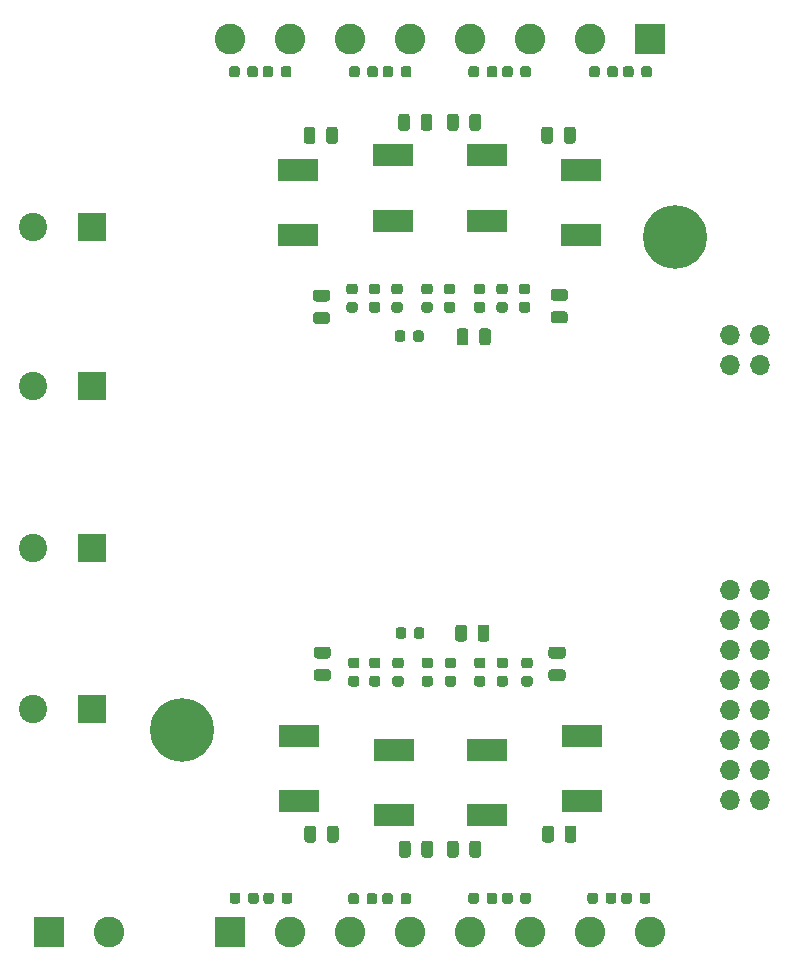
<source format=gbr>
%TF.GenerationSoftware,KiCad,Pcbnew,(5.1.9)-1*%
%TF.CreationDate,2021-06-18T12:17:45+07:00*%
%TF.ProjectId,TAS6424,54415336-3432-4342-9e6b-696361645f70,2*%
%TF.SameCoordinates,Original*%
%TF.FileFunction,Soldermask,Bot*%
%TF.FilePolarity,Negative*%
%FSLAX46Y46*%
G04 Gerber Fmt 4.6, Leading zero omitted, Abs format (unit mm)*
G04 Created by KiCad (PCBNEW (5.1.9)-1) date 2021-06-18 12:17:45*
%MOMM*%
%LPD*%
G01*
G04 APERTURE LIST*
%ADD10O,1.700000X1.700000*%
%ADD11R,2.400000X2.400000*%
%ADD12C,2.400000*%
%ADD13R,2.600000X2.600000*%
%ADD14C,2.600000*%
%ADD15R,3.400001X1.850000*%
%ADD16C,3.300000*%
%ADD17C,5.400000*%
G04 APERTURE END LIST*
D10*
%TO.C,D3*%
X126873000Y-83794600D03*
X129413000Y-83794600D03*
X126873000Y-86334600D03*
X129413000Y-86334600D03*
X126873000Y-105384600D03*
X129413000Y-105384600D03*
X126873000Y-107924600D03*
X129413000Y-107924600D03*
X126873000Y-110464600D03*
X129413000Y-110464600D03*
X126873000Y-113004600D03*
X129413000Y-113004600D03*
X126873000Y-115544600D03*
X129413000Y-115544600D03*
X126873000Y-118084600D03*
X129413000Y-118084600D03*
X126873000Y-120624600D03*
X129413000Y-120624600D03*
X126873000Y-123164600D03*
X129413000Y-123164600D03*
%TD*%
%TO.C,C45*%
G36*
G01*
X105780500Y-65311000D02*
X105780500Y-66261000D01*
G75*
G02*
X105530500Y-66511000I-250000J0D01*
G01*
X105030500Y-66511000D01*
G75*
G02*
X104780500Y-66261000I0J250000D01*
G01*
X104780500Y-65311000D01*
G75*
G02*
X105030500Y-65061000I250000J0D01*
G01*
X105530500Y-65061000D01*
G75*
G02*
X105780500Y-65311000I0J-250000D01*
G01*
G37*
G36*
G01*
X103880500Y-65311000D02*
X103880500Y-66261000D01*
G75*
G02*
X103630500Y-66511000I-250000J0D01*
G01*
X103130500Y-66511000D01*
G75*
G02*
X102880500Y-66261000I0J250000D01*
G01*
X102880500Y-65311000D01*
G75*
G02*
X103130500Y-65061000I250000J0D01*
G01*
X103630500Y-65061000D01*
G75*
G02*
X103880500Y-65311000I0J-250000D01*
G01*
G37*
%TD*%
D11*
%TO.C,C1*%
X72834500Y-115443000D03*
D12*
X67834500Y-115443000D03*
%TD*%
D11*
%TO.C,C2*%
X72834500Y-101854000D03*
D12*
X67834500Y-101854000D03*
%TD*%
D11*
%TO.C,C3*%
X72834500Y-88138000D03*
D12*
X67834500Y-88138000D03*
%TD*%
D11*
%TO.C,C4*%
X72834500Y-74676000D03*
D12*
X67834500Y-74676000D03*
%TD*%
%TO.C,C23*%
G36*
G01*
X95104700Y-81895400D02*
X94604700Y-81895400D01*
G75*
G02*
X94379700Y-81670400I0J225000D01*
G01*
X94379700Y-81220400D01*
G75*
G02*
X94604700Y-80995400I225000J0D01*
G01*
X95104700Y-80995400D01*
G75*
G02*
X95329700Y-81220400I0J-225000D01*
G01*
X95329700Y-81670400D01*
G75*
G02*
X95104700Y-81895400I-225000J0D01*
G01*
G37*
G36*
G01*
X95104700Y-80345400D02*
X94604700Y-80345400D01*
G75*
G02*
X94379700Y-80120400I0J225000D01*
G01*
X94379700Y-79670400D01*
G75*
G02*
X94604700Y-79445400I225000J0D01*
G01*
X95104700Y-79445400D01*
G75*
G02*
X95329700Y-79670400I0J-225000D01*
G01*
X95329700Y-80120400D01*
G75*
G02*
X95104700Y-80345400I-225000J0D01*
G01*
G37*
%TD*%
%TO.C,C24*%
G36*
G01*
X96509700Y-79445400D02*
X97009700Y-79445400D01*
G75*
G02*
X97234700Y-79670400I0J-225000D01*
G01*
X97234700Y-80120400D01*
G75*
G02*
X97009700Y-80345400I-225000J0D01*
G01*
X96509700Y-80345400D01*
G75*
G02*
X96284700Y-80120400I0J225000D01*
G01*
X96284700Y-79670400D01*
G75*
G02*
X96509700Y-79445400I225000J0D01*
G01*
G37*
G36*
G01*
X96509700Y-80995400D02*
X97009700Y-80995400D01*
G75*
G02*
X97234700Y-81220400I0J-225000D01*
G01*
X97234700Y-81670400D01*
G75*
G02*
X97009700Y-81895400I-225000J0D01*
G01*
X96509700Y-81895400D01*
G75*
G02*
X96284700Y-81670400I0J225000D01*
G01*
X96284700Y-81220400D01*
G75*
G02*
X96509700Y-80995400I225000J0D01*
G01*
G37*
%TD*%
%TO.C,C25*%
G36*
G01*
X98914700Y-81895400D02*
X98414700Y-81895400D01*
G75*
G02*
X98189700Y-81670400I0J225000D01*
G01*
X98189700Y-81220400D01*
G75*
G02*
X98414700Y-80995400I225000J0D01*
G01*
X98914700Y-80995400D01*
G75*
G02*
X99139700Y-81220400I0J-225000D01*
G01*
X99139700Y-81670400D01*
G75*
G02*
X98914700Y-81895400I-225000J0D01*
G01*
G37*
G36*
G01*
X98914700Y-80345400D02*
X98414700Y-80345400D01*
G75*
G02*
X98189700Y-80120400I0J225000D01*
G01*
X98189700Y-79670400D01*
G75*
G02*
X98414700Y-79445400I225000J0D01*
G01*
X98914700Y-79445400D01*
G75*
G02*
X99139700Y-79670400I0J-225000D01*
G01*
X99139700Y-80120400D01*
G75*
G02*
X98914700Y-80345400I-225000J0D01*
G01*
G37*
%TD*%
%TO.C,C26*%
G36*
G01*
X100954700Y-79445400D02*
X101454700Y-79445400D01*
G75*
G02*
X101679700Y-79670400I0J-225000D01*
G01*
X101679700Y-80120400D01*
G75*
G02*
X101454700Y-80345400I-225000J0D01*
G01*
X100954700Y-80345400D01*
G75*
G02*
X100729700Y-80120400I0J225000D01*
G01*
X100729700Y-79670400D01*
G75*
G02*
X100954700Y-79445400I225000J0D01*
G01*
G37*
G36*
G01*
X100954700Y-80995400D02*
X101454700Y-80995400D01*
G75*
G02*
X101679700Y-81220400I0J-225000D01*
G01*
X101679700Y-81670400D01*
G75*
G02*
X101454700Y-81895400I-225000J0D01*
G01*
X100954700Y-81895400D01*
G75*
G02*
X100729700Y-81670400I0J225000D01*
G01*
X100729700Y-81220400D01*
G75*
G02*
X100954700Y-80995400I225000J0D01*
G01*
G37*
%TD*%
%TO.C,C27*%
G36*
G01*
X103359700Y-81895400D02*
X102859700Y-81895400D01*
G75*
G02*
X102634700Y-81670400I0J225000D01*
G01*
X102634700Y-81220400D01*
G75*
G02*
X102859700Y-80995400I225000J0D01*
G01*
X103359700Y-80995400D01*
G75*
G02*
X103584700Y-81220400I0J-225000D01*
G01*
X103584700Y-81670400D01*
G75*
G02*
X103359700Y-81895400I-225000J0D01*
G01*
G37*
G36*
G01*
X103359700Y-80345400D02*
X102859700Y-80345400D01*
G75*
G02*
X102634700Y-80120400I0J225000D01*
G01*
X102634700Y-79670400D01*
G75*
G02*
X102859700Y-79445400I225000J0D01*
G01*
X103359700Y-79445400D01*
G75*
G02*
X103584700Y-79670400I0J-225000D01*
G01*
X103584700Y-80120400D01*
G75*
G02*
X103359700Y-80345400I-225000J0D01*
G01*
G37*
%TD*%
%TO.C,C28*%
G36*
G01*
X105399700Y-79445400D02*
X105899700Y-79445400D01*
G75*
G02*
X106124700Y-79670400I0J-225000D01*
G01*
X106124700Y-80120400D01*
G75*
G02*
X105899700Y-80345400I-225000J0D01*
G01*
X105399700Y-80345400D01*
G75*
G02*
X105174700Y-80120400I0J225000D01*
G01*
X105174700Y-79670400D01*
G75*
G02*
X105399700Y-79445400I225000J0D01*
G01*
G37*
G36*
G01*
X105399700Y-80995400D02*
X105899700Y-80995400D01*
G75*
G02*
X106124700Y-81220400I0J-225000D01*
G01*
X106124700Y-81670400D01*
G75*
G02*
X105899700Y-81895400I-225000J0D01*
G01*
X105399700Y-81895400D01*
G75*
G02*
X105174700Y-81670400I0J225000D01*
G01*
X105174700Y-81220400D01*
G75*
G02*
X105399700Y-80995400I225000J0D01*
G01*
G37*
%TD*%
%TO.C,C29*%
G36*
G01*
X107804700Y-81895400D02*
X107304700Y-81895400D01*
G75*
G02*
X107079700Y-81670400I0J225000D01*
G01*
X107079700Y-81220400D01*
G75*
G02*
X107304700Y-80995400I225000J0D01*
G01*
X107804700Y-80995400D01*
G75*
G02*
X108029700Y-81220400I0J-225000D01*
G01*
X108029700Y-81670400D01*
G75*
G02*
X107804700Y-81895400I-225000J0D01*
G01*
G37*
G36*
G01*
X107804700Y-80345400D02*
X107304700Y-80345400D01*
G75*
G02*
X107079700Y-80120400I0J225000D01*
G01*
X107079700Y-79670400D01*
G75*
G02*
X107304700Y-79445400I225000J0D01*
G01*
X107804700Y-79445400D01*
G75*
G02*
X108029700Y-79670400I0J-225000D01*
G01*
X108029700Y-80120400D01*
G75*
G02*
X107804700Y-80345400I-225000J0D01*
G01*
G37*
%TD*%
%TO.C,C30*%
G36*
G01*
X109209700Y-79445400D02*
X109709700Y-79445400D01*
G75*
G02*
X109934700Y-79670400I0J-225000D01*
G01*
X109934700Y-80120400D01*
G75*
G02*
X109709700Y-80345400I-225000J0D01*
G01*
X109209700Y-80345400D01*
G75*
G02*
X108984700Y-80120400I0J225000D01*
G01*
X108984700Y-79670400D01*
G75*
G02*
X109209700Y-79445400I225000J0D01*
G01*
G37*
G36*
G01*
X109209700Y-80995400D02*
X109709700Y-80995400D01*
G75*
G02*
X109934700Y-81220400I0J-225000D01*
G01*
X109934700Y-81670400D01*
G75*
G02*
X109709700Y-81895400I-225000J0D01*
G01*
X109209700Y-81895400D01*
G75*
G02*
X108984700Y-81670400I0J225000D01*
G01*
X108984700Y-81220400D01*
G75*
G02*
X109209700Y-80995400I225000J0D01*
G01*
G37*
%TD*%
%TO.C,C33*%
G36*
G01*
X100920000Y-83633500D02*
X100920000Y-84133500D01*
G75*
G02*
X100695000Y-84358500I-225000J0D01*
G01*
X100245000Y-84358500D01*
G75*
G02*
X100020000Y-84133500I0J225000D01*
G01*
X100020000Y-83633500D01*
G75*
G02*
X100245000Y-83408500I225000J0D01*
G01*
X100695000Y-83408500D01*
G75*
G02*
X100920000Y-83633500I0J-225000D01*
G01*
G37*
G36*
G01*
X99370000Y-83633500D02*
X99370000Y-84133500D01*
G75*
G02*
X99145000Y-84358500I-225000J0D01*
G01*
X98695000Y-84358500D01*
G75*
G02*
X98470000Y-84133500I0J225000D01*
G01*
X98470000Y-83633500D01*
G75*
G02*
X98695000Y-83408500I225000J0D01*
G01*
X99145000Y-83408500D01*
G75*
G02*
X99370000Y-83633500I0J-225000D01*
G01*
G37*
%TD*%
%TO.C,C36*%
G36*
G01*
X91790500Y-79957000D02*
X92740500Y-79957000D01*
G75*
G02*
X92990500Y-80207000I0J-250000D01*
G01*
X92990500Y-80707000D01*
G75*
G02*
X92740500Y-80957000I-250000J0D01*
G01*
X91790500Y-80957000D01*
G75*
G02*
X91540500Y-80707000I0J250000D01*
G01*
X91540500Y-80207000D01*
G75*
G02*
X91790500Y-79957000I250000J0D01*
G01*
G37*
G36*
G01*
X91790500Y-81857000D02*
X92740500Y-81857000D01*
G75*
G02*
X92990500Y-82107000I0J-250000D01*
G01*
X92990500Y-82607000D01*
G75*
G02*
X92740500Y-82857000I-250000J0D01*
G01*
X91790500Y-82857000D01*
G75*
G02*
X91540500Y-82607000I0J250000D01*
G01*
X91540500Y-82107000D01*
G75*
G02*
X91790500Y-81857000I250000J0D01*
G01*
G37*
%TD*%
%TO.C,C37*%
G36*
G01*
X103706000Y-84422000D02*
X103706000Y-83472000D01*
G75*
G02*
X103956000Y-83222000I250000J0D01*
G01*
X104456000Y-83222000D01*
G75*
G02*
X104706000Y-83472000I0J-250000D01*
G01*
X104706000Y-84422000D01*
G75*
G02*
X104456000Y-84672000I-250000J0D01*
G01*
X103956000Y-84672000D01*
G75*
G02*
X103706000Y-84422000I0J250000D01*
G01*
G37*
G36*
G01*
X105606000Y-84422000D02*
X105606000Y-83472000D01*
G75*
G02*
X105856000Y-83222000I250000J0D01*
G01*
X106356000Y-83222000D01*
G75*
G02*
X106606000Y-83472000I0J-250000D01*
G01*
X106606000Y-84422000D01*
G75*
G02*
X106356000Y-84672000I-250000J0D01*
G01*
X105856000Y-84672000D01*
G75*
G02*
X105606000Y-84422000I0J250000D01*
G01*
G37*
%TD*%
%TO.C,C38*%
G36*
G01*
X111920000Y-79893500D02*
X112870000Y-79893500D01*
G75*
G02*
X113120000Y-80143500I0J-250000D01*
G01*
X113120000Y-80643500D01*
G75*
G02*
X112870000Y-80893500I-250000J0D01*
G01*
X111920000Y-80893500D01*
G75*
G02*
X111670000Y-80643500I0J250000D01*
G01*
X111670000Y-80143500D01*
G75*
G02*
X111920000Y-79893500I250000J0D01*
G01*
G37*
G36*
G01*
X111920000Y-81793500D02*
X112870000Y-81793500D01*
G75*
G02*
X113120000Y-82043500I0J-250000D01*
G01*
X113120000Y-82543500D01*
G75*
G02*
X112870000Y-82793500I-250000J0D01*
G01*
X111920000Y-82793500D01*
G75*
G02*
X111670000Y-82543500I0J250000D01*
G01*
X111670000Y-82043500D01*
G75*
G02*
X111920000Y-81793500I250000J0D01*
G01*
G37*
%TD*%
%TO.C,C39*%
G36*
G01*
X90752000Y-67365900D02*
X90752000Y-66415900D01*
G75*
G02*
X91002000Y-66165900I250000J0D01*
G01*
X91502000Y-66165900D01*
G75*
G02*
X91752000Y-66415900I0J-250000D01*
G01*
X91752000Y-67365900D01*
G75*
G02*
X91502000Y-67615900I-250000J0D01*
G01*
X91002000Y-67615900D01*
G75*
G02*
X90752000Y-67365900I0J250000D01*
G01*
G37*
G36*
G01*
X92652000Y-67365900D02*
X92652000Y-66415900D01*
G75*
G02*
X92902000Y-66165900I250000J0D01*
G01*
X93402000Y-66165900D01*
G75*
G02*
X93652000Y-66415900I0J-250000D01*
G01*
X93652000Y-67365900D01*
G75*
G02*
X93402000Y-67615900I-250000J0D01*
G01*
X92902000Y-67615900D01*
G75*
G02*
X92652000Y-67365900I0J250000D01*
G01*
G37*
%TD*%
%TO.C,C40*%
G36*
G01*
X101653000Y-65311000D02*
X101653000Y-66261000D01*
G75*
G02*
X101403000Y-66511000I-250000J0D01*
G01*
X100903000Y-66511000D01*
G75*
G02*
X100653000Y-66261000I0J250000D01*
G01*
X100653000Y-65311000D01*
G75*
G02*
X100903000Y-65061000I250000J0D01*
G01*
X101403000Y-65061000D01*
G75*
G02*
X101653000Y-65311000I0J-250000D01*
G01*
G37*
G36*
G01*
X99753000Y-65311000D02*
X99753000Y-66261000D01*
G75*
G02*
X99503000Y-66511000I-250000J0D01*
G01*
X99003000Y-66511000D01*
G75*
G02*
X98753000Y-66261000I0J250000D01*
G01*
X98753000Y-65311000D01*
G75*
G02*
X99003000Y-65061000I250000J0D01*
G01*
X99503000Y-65061000D01*
G75*
G02*
X99753000Y-65311000I0J-250000D01*
G01*
G37*
%TD*%
%TO.C,C46*%
G36*
G01*
X110881500Y-67340500D02*
X110881500Y-66390500D01*
G75*
G02*
X111131500Y-66140500I250000J0D01*
G01*
X111631500Y-66140500D01*
G75*
G02*
X111881500Y-66390500I0J-250000D01*
G01*
X111881500Y-67340500D01*
G75*
G02*
X111631500Y-67590500I-250000J0D01*
G01*
X111131500Y-67590500D01*
G75*
G02*
X110881500Y-67340500I0J250000D01*
G01*
G37*
G36*
G01*
X112781500Y-67340500D02*
X112781500Y-66390500D01*
G75*
G02*
X113031500Y-66140500I250000J0D01*
G01*
X113531500Y-66140500D01*
G75*
G02*
X113781500Y-66390500I0J-250000D01*
G01*
X113781500Y-67340500D01*
G75*
G02*
X113531500Y-67590500I-250000J0D01*
G01*
X113031500Y-67590500D01*
G75*
G02*
X112781500Y-67340500I0J250000D01*
G01*
G37*
%TD*%
%TO.C,C47*%
G36*
G01*
X84436500Y-61756100D02*
X84436500Y-61256100D01*
G75*
G02*
X84661500Y-61031100I225000J0D01*
G01*
X85111500Y-61031100D01*
G75*
G02*
X85336500Y-61256100I0J-225000D01*
G01*
X85336500Y-61756100D01*
G75*
G02*
X85111500Y-61981100I-225000J0D01*
G01*
X84661500Y-61981100D01*
G75*
G02*
X84436500Y-61756100I0J225000D01*
G01*
G37*
G36*
G01*
X85986500Y-61756100D02*
X85986500Y-61256100D01*
G75*
G02*
X86211500Y-61031100I225000J0D01*
G01*
X86661500Y-61031100D01*
G75*
G02*
X86886500Y-61256100I0J-225000D01*
G01*
X86886500Y-61756100D01*
G75*
G02*
X86661500Y-61981100I-225000J0D01*
G01*
X86211500Y-61981100D01*
G75*
G02*
X85986500Y-61756100I0J225000D01*
G01*
G37*
%TD*%
%TO.C,C48*%
G36*
G01*
X87268600Y-61756100D02*
X87268600Y-61256100D01*
G75*
G02*
X87493600Y-61031100I225000J0D01*
G01*
X87943600Y-61031100D01*
G75*
G02*
X88168600Y-61256100I0J-225000D01*
G01*
X88168600Y-61756100D01*
G75*
G02*
X87943600Y-61981100I-225000J0D01*
G01*
X87493600Y-61981100D01*
G75*
G02*
X87268600Y-61756100I0J225000D01*
G01*
G37*
G36*
G01*
X88818600Y-61756100D02*
X88818600Y-61256100D01*
G75*
G02*
X89043600Y-61031100I225000J0D01*
G01*
X89493600Y-61031100D01*
G75*
G02*
X89718600Y-61256100I0J-225000D01*
G01*
X89718600Y-61756100D01*
G75*
G02*
X89493600Y-61981100I-225000J0D01*
G01*
X89043600Y-61981100D01*
G75*
G02*
X88818600Y-61756100I0J225000D01*
G01*
G37*
%TD*%
%TO.C,C49*%
G36*
G01*
X94596500Y-61756100D02*
X94596500Y-61256100D01*
G75*
G02*
X94821500Y-61031100I225000J0D01*
G01*
X95271500Y-61031100D01*
G75*
G02*
X95496500Y-61256100I0J-225000D01*
G01*
X95496500Y-61756100D01*
G75*
G02*
X95271500Y-61981100I-225000J0D01*
G01*
X94821500Y-61981100D01*
G75*
G02*
X94596500Y-61756100I0J225000D01*
G01*
G37*
G36*
G01*
X96146500Y-61756100D02*
X96146500Y-61256100D01*
G75*
G02*
X96371500Y-61031100I225000J0D01*
G01*
X96821500Y-61031100D01*
G75*
G02*
X97046500Y-61256100I0J-225000D01*
G01*
X97046500Y-61756100D01*
G75*
G02*
X96821500Y-61981100I-225000J0D01*
G01*
X96371500Y-61981100D01*
G75*
G02*
X96146500Y-61756100I0J225000D01*
G01*
G37*
%TD*%
%TO.C,C50*%
G36*
G01*
X97428600Y-61756100D02*
X97428600Y-61256100D01*
G75*
G02*
X97653600Y-61031100I225000J0D01*
G01*
X98103600Y-61031100D01*
G75*
G02*
X98328600Y-61256100I0J-225000D01*
G01*
X98328600Y-61756100D01*
G75*
G02*
X98103600Y-61981100I-225000J0D01*
G01*
X97653600Y-61981100D01*
G75*
G02*
X97428600Y-61756100I0J225000D01*
G01*
G37*
G36*
G01*
X98978600Y-61756100D02*
X98978600Y-61256100D01*
G75*
G02*
X99203600Y-61031100I225000J0D01*
G01*
X99653600Y-61031100D01*
G75*
G02*
X99878600Y-61256100I0J-225000D01*
G01*
X99878600Y-61756100D01*
G75*
G02*
X99653600Y-61981100I-225000J0D01*
G01*
X99203600Y-61981100D01*
G75*
G02*
X98978600Y-61756100I0J225000D01*
G01*
G37*
%TD*%
%TO.C,C51*%
G36*
G01*
X104704100Y-61756100D02*
X104704100Y-61256100D01*
G75*
G02*
X104929100Y-61031100I225000J0D01*
G01*
X105379100Y-61031100D01*
G75*
G02*
X105604100Y-61256100I0J-225000D01*
G01*
X105604100Y-61756100D01*
G75*
G02*
X105379100Y-61981100I-225000J0D01*
G01*
X104929100Y-61981100D01*
G75*
G02*
X104704100Y-61756100I0J225000D01*
G01*
G37*
G36*
G01*
X106254100Y-61756100D02*
X106254100Y-61256100D01*
G75*
G02*
X106479100Y-61031100I225000J0D01*
G01*
X106929100Y-61031100D01*
G75*
G02*
X107154100Y-61256100I0J-225000D01*
G01*
X107154100Y-61756100D01*
G75*
G02*
X106929100Y-61981100I-225000J0D01*
G01*
X106479100Y-61981100D01*
G75*
G02*
X106254100Y-61756100I0J225000D01*
G01*
G37*
%TD*%
%TO.C,C52*%
G36*
G01*
X107550500Y-61756100D02*
X107550500Y-61256100D01*
G75*
G02*
X107775500Y-61031100I225000J0D01*
G01*
X108225500Y-61031100D01*
G75*
G02*
X108450500Y-61256100I0J-225000D01*
G01*
X108450500Y-61756100D01*
G75*
G02*
X108225500Y-61981100I-225000J0D01*
G01*
X107775500Y-61981100D01*
G75*
G02*
X107550500Y-61756100I0J225000D01*
G01*
G37*
G36*
G01*
X109100500Y-61756100D02*
X109100500Y-61256100D01*
G75*
G02*
X109325500Y-61031100I225000J0D01*
G01*
X109775500Y-61031100D01*
G75*
G02*
X110000500Y-61256100I0J-225000D01*
G01*
X110000500Y-61756100D01*
G75*
G02*
X109775500Y-61981100I-225000J0D01*
G01*
X109325500Y-61981100D01*
G75*
G02*
X109100500Y-61756100I0J225000D01*
G01*
G37*
%TD*%
%TO.C,C53*%
G36*
G01*
X114916500Y-61756100D02*
X114916500Y-61256100D01*
G75*
G02*
X115141500Y-61031100I225000J0D01*
G01*
X115591500Y-61031100D01*
G75*
G02*
X115816500Y-61256100I0J-225000D01*
G01*
X115816500Y-61756100D01*
G75*
G02*
X115591500Y-61981100I-225000J0D01*
G01*
X115141500Y-61981100D01*
G75*
G02*
X114916500Y-61756100I0J225000D01*
G01*
G37*
G36*
G01*
X116466500Y-61756100D02*
X116466500Y-61256100D01*
G75*
G02*
X116691500Y-61031100I225000J0D01*
G01*
X117141500Y-61031100D01*
G75*
G02*
X117366500Y-61256100I0J-225000D01*
G01*
X117366500Y-61756100D01*
G75*
G02*
X117141500Y-61981100I-225000J0D01*
G01*
X116691500Y-61981100D01*
G75*
G02*
X116466500Y-61756100I0J225000D01*
G01*
G37*
%TD*%
%TO.C,C54*%
G36*
G01*
X117785100Y-61756100D02*
X117785100Y-61256100D01*
G75*
G02*
X118010100Y-61031100I225000J0D01*
G01*
X118460100Y-61031100D01*
G75*
G02*
X118685100Y-61256100I0J-225000D01*
G01*
X118685100Y-61756100D01*
G75*
G02*
X118460100Y-61981100I-225000J0D01*
G01*
X118010100Y-61981100D01*
G75*
G02*
X117785100Y-61756100I0J225000D01*
G01*
G37*
G36*
G01*
X119335100Y-61756100D02*
X119335100Y-61256100D01*
G75*
G02*
X119560100Y-61031100I225000J0D01*
G01*
X120010100Y-61031100D01*
G75*
G02*
X120235100Y-61256100I0J-225000D01*
G01*
X120235100Y-61756100D01*
G75*
G02*
X120010100Y-61981100I-225000J0D01*
G01*
X119560100Y-61981100D01*
G75*
G02*
X119335100Y-61756100I0J225000D01*
G01*
G37*
%TD*%
%TO.C,C65*%
G36*
G01*
X109412900Y-111106500D02*
X109912900Y-111106500D01*
G75*
G02*
X110137900Y-111331500I0J-225000D01*
G01*
X110137900Y-111781500D01*
G75*
G02*
X109912900Y-112006500I-225000J0D01*
G01*
X109412900Y-112006500D01*
G75*
G02*
X109187900Y-111781500I0J225000D01*
G01*
X109187900Y-111331500D01*
G75*
G02*
X109412900Y-111106500I225000J0D01*
G01*
G37*
G36*
G01*
X109412900Y-112656500D02*
X109912900Y-112656500D01*
G75*
G02*
X110137900Y-112881500I0J-225000D01*
G01*
X110137900Y-113331500D01*
G75*
G02*
X109912900Y-113556500I-225000J0D01*
G01*
X109412900Y-113556500D01*
G75*
G02*
X109187900Y-113331500I0J225000D01*
G01*
X109187900Y-112881500D01*
G75*
G02*
X109412900Y-112656500I225000J0D01*
G01*
G37*
%TD*%
%TO.C,C66*%
G36*
G01*
X107819000Y-113556500D02*
X107319000Y-113556500D01*
G75*
G02*
X107094000Y-113331500I0J225000D01*
G01*
X107094000Y-112881500D01*
G75*
G02*
X107319000Y-112656500I225000J0D01*
G01*
X107819000Y-112656500D01*
G75*
G02*
X108044000Y-112881500I0J-225000D01*
G01*
X108044000Y-113331500D01*
G75*
G02*
X107819000Y-113556500I-225000J0D01*
G01*
G37*
G36*
G01*
X107819000Y-112006500D02*
X107319000Y-112006500D01*
G75*
G02*
X107094000Y-111781500I0J225000D01*
G01*
X107094000Y-111331500D01*
G75*
G02*
X107319000Y-111106500I225000J0D01*
G01*
X107819000Y-111106500D01*
G75*
G02*
X108044000Y-111331500I0J-225000D01*
G01*
X108044000Y-111781500D01*
G75*
G02*
X107819000Y-112006500I-225000J0D01*
G01*
G37*
%TD*%
%TO.C,C67*%
G36*
G01*
X105414000Y-111106500D02*
X105914000Y-111106500D01*
G75*
G02*
X106139000Y-111331500I0J-225000D01*
G01*
X106139000Y-111781500D01*
G75*
G02*
X105914000Y-112006500I-225000J0D01*
G01*
X105414000Y-112006500D01*
G75*
G02*
X105189000Y-111781500I0J225000D01*
G01*
X105189000Y-111331500D01*
G75*
G02*
X105414000Y-111106500I225000J0D01*
G01*
G37*
G36*
G01*
X105414000Y-112656500D02*
X105914000Y-112656500D01*
G75*
G02*
X106139000Y-112881500I0J-225000D01*
G01*
X106139000Y-113331500D01*
G75*
G02*
X105914000Y-113556500I-225000J0D01*
G01*
X105414000Y-113556500D01*
G75*
G02*
X105189000Y-113331500I0J225000D01*
G01*
X105189000Y-112881500D01*
G75*
G02*
X105414000Y-112656500I225000J0D01*
G01*
G37*
%TD*%
%TO.C,C68*%
G36*
G01*
X103437500Y-113556500D02*
X102937500Y-113556500D01*
G75*
G02*
X102712500Y-113331500I0J225000D01*
G01*
X102712500Y-112881500D01*
G75*
G02*
X102937500Y-112656500I225000J0D01*
G01*
X103437500Y-112656500D01*
G75*
G02*
X103662500Y-112881500I0J-225000D01*
G01*
X103662500Y-113331500D01*
G75*
G02*
X103437500Y-113556500I-225000J0D01*
G01*
G37*
G36*
G01*
X103437500Y-112006500D02*
X102937500Y-112006500D01*
G75*
G02*
X102712500Y-111781500I0J225000D01*
G01*
X102712500Y-111331500D01*
G75*
G02*
X102937500Y-111106500I225000J0D01*
G01*
X103437500Y-111106500D01*
G75*
G02*
X103662500Y-111331500I0J-225000D01*
G01*
X103662500Y-111781500D01*
G75*
G02*
X103437500Y-112006500I-225000J0D01*
G01*
G37*
%TD*%
%TO.C,C69*%
G36*
G01*
X100969000Y-111106500D02*
X101469000Y-111106500D01*
G75*
G02*
X101694000Y-111331500I0J-225000D01*
G01*
X101694000Y-111781500D01*
G75*
G02*
X101469000Y-112006500I-225000J0D01*
G01*
X100969000Y-112006500D01*
G75*
G02*
X100744000Y-111781500I0J225000D01*
G01*
X100744000Y-111331500D01*
G75*
G02*
X100969000Y-111106500I225000J0D01*
G01*
G37*
G36*
G01*
X100969000Y-112656500D02*
X101469000Y-112656500D01*
G75*
G02*
X101694000Y-112881500I0J-225000D01*
G01*
X101694000Y-113331500D01*
G75*
G02*
X101469000Y-113556500I-225000J0D01*
G01*
X100969000Y-113556500D01*
G75*
G02*
X100744000Y-113331500I0J225000D01*
G01*
X100744000Y-112881500D01*
G75*
G02*
X100969000Y-112656500I225000J0D01*
G01*
G37*
%TD*%
%TO.C,C70*%
G36*
G01*
X98992500Y-113556500D02*
X98492500Y-113556500D01*
G75*
G02*
X98267500Y-113331500I0J225000D01*
G01*
X98267500Y-112881500D01*
G75*
G02*
X98492500Y-112656500I225000J0D01*
G01*
X98992500Y-112656500D01*
G75*
G02*
X99217500Y-112881500I0J-225000D01*
G01*
X99217500Y-113331500D01*
G75*
G02*
X98992500Y-113556500I-225000J0D01*
G01*
G37*
G36*
G01*
X98992500Y-112006500D02*
X98492500Y-112006500D01*
G75*
G02*
X98267500Y-111781500I0J225000D01*
G01*
X98267500Y-111331500D01*
G75*
G02*
X98492500Y-111106500I225000J0D01*
G01*
X98992500Y-111106500D01*
G75*
G02*
X99217500Y-111331500I0J-225000D01*
G01*
X99217500Y-111781500D01*
G75*
G02*
X98992500Y-112006500I-225000J0D01*
G01*
G37*
%TD*%
%TO.C,C71*%
G36*
G01*
X96524000Y-111106500D02*
X97024000Y-111106500D01*
G75*
G02*
X97249000Y-111331500I0J-225000D01*
G01*
X97249000Y-111781500D01*
G75*
G02*
X97024000Y-112006500I-225000J0D01*
G01*
X96524000Y-112006500D01*
G75*
G02*
X96299000Y-111781500I0J225000D01*
G01*
X96299000Y-111331500D01*
G75*
G02*
X96524000Y-111106500I225000J0D01*
G01*
G37*
G36*
G01*
X96524000Y-112656500D02*
X97024000Y-112656500D01*
G75*
G02*
X97249000Y-112881500I0J-225000D01*
G01*
X97249000Y-113331500D01*
G75*
G02*
X97024000Y-113556500I-225000J0D01*
G01*
X96524000Y-113556500D01*
G75*
G02*
X96299000Y-113331500I0J225000D01*
G01*
X96299000Y-112881500D01*
G75*
G02*
X96524000Y-112656500I225000J0D01*
G01*
G37*
%TD*%
%TO.C,C72*%
G36*
G01*
X95246000Y-113556500D02*
X94746000Y-113556500D01*
G75*
G02*
X94521000Y-113331500I0J225000D01*
G01*
X94521000Y-112881500D01*
G75*
G02*
X94746000Y-112656500I225000J0D01*
G01*
X95246000Y-112656500D01*
G75*
G02*
X95471000Y-112881500I0J-225000D01*
G01*
X95471000Y-113331500D01*
G75*
G02*
X95246000Y-113556500I-225000J0D01*
G01*
G37*
G36*
G01*
X95246000Y-112006500D02*
X94746000Y-112006500D01*
G75*
G02*
X94521000Y-111781500I0J225000D01*
G01*
X94521000Y-111331500D01*
G75*
G02*
X94746000Y-111106500I225000J0D01*
G01*
X95246000Y-111106500D01*
G75*
G02*
X95471000Y-111331500I0J-225000D01*
G01*
X95471000Y-111781500D01*
G75*
G02*
X95246000Y-112006500I-225000J0D01*
G01*
G37*
%TD*%
%TO.C,C74*%
G36*
G01*
X100983500Y-108779500D02*
X100983500Y-109279500D01*
G75*
G02*
X100758500Y-109504500I-225000J0D01*
G01*
X100308500Y-109504500D01*
G75*
G02*
X100083500Y-109279500I0J225000D01*
G01*
X100083500Y-108779500D01*
G75*
G02*
X100308500Y-108554500I225000J0D01*
G01*
X100758500Y-108554500D01*
G75*
G02*
X100983500Y-108779500I0J-225000D01*
G01*
G37*
G36*
G01*
X99433500Y-108779500D02*
X99433500Y-109279500D01*
G75*
G02*
X99208500Y-109504500I-225000J0D01*
G01*
X98758500Y-109504500D01*
G75*
G02*
X98533500Y-109279500I0J225000D01*
G01*
X98533500Y-108779500D01*
G75*
G02*
X98758500Y-108554500I225000J0D01*
G01*
X99208500Y-108554500D01*
G75*
G02*
X99433500Y-108779500I0J-225000D01*
G01*
G37*
%TD*%
%TO.C,C76*%
G36*
G01*
X112679500Y-113083000D02*
X111729500Y-113083000D01*
G75*
G02*
X111479500Y-112833000I0J250000D01*
G01*
X111479500Y-112333000D01*
G75*
G02*
X111729500Y-112083000I250000J0D01*
G01*
X112679500Y-112083000D01*
G75*
G02*
X112929500Y-112333000I0J-250000D01*
G01*
X112929500Y-112833000D01*
G75*
G02*
X112679500Y-113083000I-250000J0D01*
G01*
G37*
G36*
G01*
X112679500Y-111183000D02*
X111729500Y-111183000D01*
G75*
G02*
X111479500Y-110933000I0J250000D01*
G01*
X111479500Y-110433000D01*
G75*
G02*
X111729500Y-110183000I250000J0D01*
G01*
X112679500Y-110183000D01*
G75*
G02*
X112929500Y-110433000I0J-250000D01*
G01*
X112929500Y-110933000D01*
G75*
G02*
X112679500Y-111183000I-250000J0D01*
G01*
G37*
%TD*%
%TO.C,C77*%
G36*
G01*
X103579000Y-109504500D02*
X103579000Y-108554500D01*
G75*
G02*
X103829000Y-108304500I250000J0D01*
G01*
X104329000Y-108304500D01*
G75*
G02*
X104579000Y-108554500I0J-250000D01*
G01*
X104579000Y-109504500D01*
G75*
G02*
X104329000Y-109754500I-250000J0D01*
G01*
X103829000Y-109754500D01*
G75*
G02*
X103579000Y-109504500I0J250000D01*
G01*
G37*
G36*
G01*
X105479000Y-109504500D02*
X105479000Y-108554500D01*
G75*
G02*
X105729000Y-108304500I250000J0D01*
G01*
X106229000Y-108304500D01*
G75*
G02*
X106479000Y-108554500I0J-250000D01*
G01*
X106479000Y-109504500D01*
G75*
G02*
X106229000Y-109754500I-250000J0D01*
G01*
X105729000Y-109754500D01*
G75*
G02*
X105479000Y-109504500I0J250000D01*
G01*
G37*
%TD*%
%TO.C,C78*%
G36*
G01*
X92804000Y-113083000D02*
X91854000Y-113083000D01*
G75*
G02*
X91604000Y-112833000I0J250000D01*
G01*
X91604000Y-112333000D01*
G75*
G02*
X91854000Y-112083000I250000J0D01*
G01*
X92804000Y-112083000D01*
G75*
G02*
X93054000Y-112333000I0J-250000D01*
G01*
X93054000Y-112833000D01*
G75*
G02*
X92804000Y-113083000I-250000J0D01*
G01*
G37*
G36*
G01*
X92804000Y-111183000D02*
X91854000Y-111183000D01*
G75*
G02*
X91604000Y-110933000I0J250000D01*
G01*
X91604000Y-110433000D01*
G75*
G02*
X91854000Y-110183000I250000J0D01*
G01*
X92804000Y-110183000D01*
G75*
G02*
X93054000Y-110433000I0J-250000D01*
G01*
X93054000Y-110933000D01*
G75*
G02*
X92804000Y-111183000I-250000J0D01*
G01*
G37*
%TD*%
%TO.C,C79*%
G36*
G01*
X113845000Y-125572500D02*
X113845000Y-126522500D01*
G75*
G02*
X113595000Y-126772500I-250000J0D01*
G01*
X113095000Y-126772500D01*
G75*
G02*
X112845000Y-126522500I0J250000D01*
G01*
X112845000Y-125572500D01*
G75*
G02*
X113095000Y-125322500I250000J0D01*
G01*
X113595000Y-125322500D01*
G75*
G02*
X113845000Y-125572500I0J-250000D01*
G01*
G37*
G36*
G01*
X111945000Y-125572500D02*
X111945000Y-126522500D01*
G75*
G02*
X111695000Y-126772500I-250000J0D01*
G01*
X111195000Y-126772500D01*
G75*
G02*
X110945000Y-126522500I0J250000D01*
G01*
X110945000Y-125572500D01*
G75*
G02*
X111195000Y-125322500I250000J0D01*
G01*
X111695000Y-125322500D01*
G75*
G02*
X111945000Y-125572500I0J-250000D01*
G01*
G37*
%TD*%
%TO.C,C80*%
G36*
G01*
X102880500Y-127792500D02*
X102880500Y-126842500D01*
G75*
G02*
X103130500Y-126592500I250000J0D01*
G01*
X103630500Y-126592500D01*
G75*
G02*
X103880500Y-126842500I0J-250000D01*
G01*
X103880500Y-127792500D01*
G75*
G02*
X103630500Y-128042500I-250000J0D01*
G01*
X103130500Y-128042500D01*
G75*
G02*
X102880500Y-127792500I0J250000D01*
G01*
G37*
G36*
G01*
X104780500Y-127792500D02*
X104780500Y-126842500D01*
G75*
G02*
X105030500Y-126592500I250000J0D01*
G01*
X105530500Y-126592500D01*
G75*
G02*
X105780500Y-126842500I0J-250000D01*
G01*
X105780500Y-127792500D01*
G75*
G02*
X105530500Y-128042500I-250000J0D01*
G01*
X105030500Y-128042500D01*
G75*
G02*
X104780500Y-127792500I0J250000D01*
G01*
G37*
%TD*%
%TO.C,C85*%
G36*
G01*
X98816500Y-127792500D02*
X98816500Y-126842500D01*
G75*
G02*
X99066500Y-126592500I250000J0D01*
G01*
X99566500Y-126592500D01*
G75*
G02*
X99816500Y-126842500I0J-250000D01*
G01*
X99816500Y-127792500D01*
G75*
G02*
X99566500Y-128042500I-250000J0D01*
G01*
X99066500Y-128042500D01*
G75*
G02*
X98816500Y-127792500I0J250000D01*
G01*
G37*
G36*
G01*
X100716500Y-127792500D02*
X100716500Y-126842500D01*
G75*
G02*
X100966500Y-126592500I250000J0D01*
G01*
X101466500Y-126592500D01*
G75*
G02*
X101716500Y-126842500I0J-250000D01*
G01*
X101716500Y-127792500D01*
G75*
G02*
X101466500Y-128042500I-250000J0D01*
G01*
X100966500Y-128042500D01*
G75*
G02*
X100716500Y-127792500I0J250000D01*
G01*
G37*
%TD*%
%TO.C,C86*%
G36*
G01*
X93715500Y-125572500D02*
X93715500Y-126522500D01*
G75*
G02*
X93465500Y-126772500I-250000J0D01*
G01*
X92965500Y-126772500D01*
G75*
G02*
X92715500Y-126522500I0J250000D01*
G01*
X92715500Y-125572500D01*
G75*
G02*
X92965500Y-125322500I250000J0D01*
G01*
X93465500Y-125322500D01*
G75*
G02*
X93715500Y-125572500I0J-250000D01*
G01*
G37*
G36*
G01*
X91815500Y-125572500D02*
X91815500Y-126522500D01*
G75*
G02*
X91565500Y-126772500I-250000J0D01*
G01*
X91065500Y-126772500D01*
G75*
G02*
X90815500Y-126522500I0J250000D01*
G01*
X90815500Y-125572500D01*
G75*
G02*
X91065500Y-125322500I250000J0D01*
G01*
X91565500Y-125322500D01*
G75*
G02*
X91815500Y-125572500I0J-250000D01*
G01*
G37*
%TD*%
%TO.C,C87*%
G36*
G01*
X120097000Y-131220400D02*
X120097000Y-131720400D01*
G75*
G02*
X119872000Y-131945400I-225000J0D01*
G01*
X119422000Y-131945400D01*
G75*
G02*
X119197000Y-131720400I0J225000D01*
G01*
X119197000Y-131220400D01*
G75*
G02*
X119422000Y-130995400I225000J0D01*
G01*
X119872000Y-130995400D01*
G75*
G02*
X120097000Y-131220400I0J-225000D01*
G01*
G37*
G36*
G01*
X118547000Y-131220400D02*
X118547000Y-131720400D01*
G75*
G02*
X118322000Y-131945400I-225000J0D01*
G01*
X117872000Y-131945400D01*
G75*
G02*
X117647000Y-131720400I0J225000D01*
G01*
X117647000Y-131220400D01*
G75*
G02*
X117872000Y-130995400I225000J0D01*
G01*
X118322000Y-130995400D01*
G75*
G02*
X118547000Y-131220400I0J-225000D01*
G01*
G37*
%TD*%
%TO.C,C88*%
G36*
G01*
X117225200Y-131220400D02*
X117225200Y-131720400D01*
G75*
G02*
X117000200Y-131945400I-225000J0D01*
G01*
X116550200Y-131945400D01*
G75*
G02*
X116325200Y-131720400I0J225000D01*
G01*
X116325200Y-131220400D01*
G75*
G02*
X116550200Y-130995400I225000J0D01*
G01*
X117000200Y-130995400D01*
G75*
G02*
X117225200Y-131220400I0J-225000D01*
G01*
G37*
G36*
G01*
X115675200Y-131220400D02*
X115675200Y-131720400D01*
G75*
G02*
X115450200Y-131945400I-225000J0D01*
G01*
X115000200Y-131945400D01*
G75*
G02*
X114775200Y-131720400I0J225000D01*
G01*
X114775200Y-131220400D01*
G75*
G02*
X115000200Y-130995400I225000J0D01*
G01*
X115450200Y-130995400D01*
G75*
G02*
X115675200Y-131220400I0J-225000D01*
G01*
G37*
%TD*%
%TO.C,C89*%
G36*
G01*
X110000500Y-131233100D02*
X110000500Y-131733100D01*
G75*
G02*
X109775500Y-131958100I-225000J0D01*
G01*
X109325500Y-131958100D01*
G75*
G02*
X109100500Y-131733100I0J225000D01*
G01*
X109100500Y-131233100D01*
G75*
G02*
X109325500Y-131008100I225000J0D01*
G01*
X109775500Y-131008100D01*
G75*
G02*
X110000500Y-131233100I0J-225000D01*
G01*
G37*
G36*
G01*
X108450500Y-131233100D02*
X108450500Y-131733100D01*
G75*
G02*
X108225500Y-131958100I-225000J0D01*
G01*
X107775500Y-131958100D01*
G75*
G02*
X107550500Y-131733100I0J225000D01*
G01*
X107550500Y-131233100D01*
G75*
G02*
X107775500Y-131008100I225000J0D01*
G01*
X108225500Y-131008100D01*
G75*
G02*
X108450500Y-131233100I0J-225000D01*
G01*
G37*
%TD*%
%TO.C,C90*%
G36*
G01*
X107143000Y-131233100D02*
X107143000Y-131733100D01*
G75*
G02*
X106918000Y-131958100I-225000J0D01*
G01*
X106468000Y-131958100D01*
G75*
G02*
X106243000Y-131733100I0J225000D01*
G01*
X106243000Y-131233100D01*
G75*
G02*
X106468000Y-131008100I225000J0D01*
G01*
X106918000Y-131008100D01*
G75*
G02*
X107143000Y-131233100I0J-225000D01*
G01*
G37*
G36*
G01*
X105593000Y-131233100D02*
X105593000Y-131733100D01*
G75*
G02*
X105368000Y-131958100I-225000J0D01*
G01*
X104918000Y-131958100D01*
G75*
G02*
X104693000Y-131733100I0J225000D01*
G01*
X104693000Y-131233100D01*
G75*
G02*
X104918000Y-131008100I225000J0D01*
G01*
X105368000Y-131008100D01*
G75*
G02*
X105593000Y-131233100I0J-225000D01*
G01*
G37*
%TD*%
%TO.C,C91*%
G36*
G01*
X99853200Y-131271200D02*
X99853200Y-131771200D01*
G75*
G02*
X99628200Y-131996200I-225000J0D01*
G01*
X99178200Y-131996200D01*
G75*
G02*
X98953200Y-131771200I0J225000D01*
G01*
X98953200Y-131271200D01*
G75*
G02*
X99178200Y-131046200I225000J0D01*
G01*
X99628200Y-131046200D01*
G75*
G02*
X99853200Y-131271200I0J-225000D01*
G01*
G37*
G36*
G01*
X98303200Y-131271200D02*
X98303200Y-131771200D01*
G75*
G02*
X98078200Y-131996200I-225000J0D01*
G01*
X97628200Y-131996200D01*
G75*
G02*
X97403200Y-131771200I0J225000D01*
G01*
X97403200Y-131271200D01*
G75*
G02*
X97628200Y-131046200I225000J0D01*
G01*
X98078200Y-131046200D01*
G75*
G02*
X98303200Y-131271200I0J-225000D01*
G01*
G37*
%TD*%
%TO.C,C92*%
G36*
G01*
X96983000Y-131271200D02*
X96983000Y-131771200D01*
G75*
G02*
X96758000Y-131996200I-225000J0D01*
G01*
X96308000Y-131996200D01*
G75*
G02*
X96083000Y-131771200I0J225000D01*
G01*
X96083000Y-131271200D01*
G75*
G02*
X96308000Y-131046200I225000J0D01*
G01*
X96758000Y-131046200D01*
G75*
G02*
X96983000Y-131271200I0J-225000D01*
G01*
G37*
G36*
G01*
X95433000Y-131271200D02*
X95433000Y-131771200D01*
G75*
G02*
X95208000Y-131996200I-225000J0D01*
G01*
X94758000Y-131996200D01*
G75*
G02*
X94533000Y-131771200I0J225000D01*
G01*
X94533000Y-131271200D01*
G75*
G02*
X94758000Y-131046200I225000J0D01*
G01*
X95208000Y-131046200D01*
G75*
G02*
X95433000Y-131271200I0J-225000D01*
G01*
G37*
%TD*%
%TO.C,C93*%
G36*
G01*
X89793200Y-131220400D02*
X89793200Y-131720400D01*
G75*
G02*
X89568200Y-131945400I-225000J0D01*
G01*
X89118200Y-131945400D01*
G75*
G02*
X88893200Y-131720400I0J225000D01*
G01*
X88893200Y-131220400D01*
G75*
G02*
X89118200Y-130995400I225000J0D01*
G01*
X89568200Y-130995400D01*
G75*
G02*
X89793200Y-131220400I0J-225000D01*
G01*
G37*
G36*
G01*
X88243200Y-131220400D02*
X88243200Y-131720400D01*
G75*
G02*
X88018200Y-131945400I-225000J0D01*
G01*
X87568200Y-131945400D01*
G75*
G02*
X87343200Y-131720400I0J225000D01*
G01*
X87343200Y-131220400D01*
G75*
G02*
X87568200Y-130995400I225000J0D01*
G01*
X88018200Y-130995400D01*
G75*
G02*
X88243200Y-131220400I0J-225000D01*
G01*
G37*
%TD*%
%TO.C,C94*%
G36*
G01*
X86950000Y-131220400D02*
X86950000Y-131720400D01*
G75*
G02*
X86725000Y-131945400I-225000J0D01*
G01*
X86275000Y-131945400D01*
G75*
G02*
X86050000Y-131720400I0J225000D01*
G01*
X86050000Y-131220400D01*
G75*
G02*
X86275000Y-130995400I225000J0D01*
G01*
X86725000Y-130995400D01*
G75*
G02*
X86950000Y-131220400I0J-225000D01*
G01*
G37*
G36*
G01*
X85400000Y-131220400D02*
X85400000Y-131720400D01*
G75*
G02*
X85175000Y-131945400I-225000J0D01*
G01*
X84725000Y-131945400D01*
G75*
G02*
X84500000Y-131720400I0J225000D01*
G01*
X84500000Y-131220400D01*
G75*
G02*
X84725000Y-130995400I225000J0D01*
G01*
X85175000Y-130995400D01*
G75*
G02*
X85400000Y-131220400I0J-225000D01*
G01*
G37*
%TD*%
D13*
%TO.C,J3*%
X120100000Y-58700000D03*
D14*
X115020000Y-58700000D03*
X109940000Y-58700000D03*
X104860000Y-58700000D03*
X99780000Y-58700000D03*
X94700000Y-58700000D03*
X89620000Y-58700000D03*
X84540000Y-58700000D03*
%TD*%
D13*
%TO.C,J4*%
X84500000Y-134300000D03*
D14*
X89580000Y-134300000D03*
X94660000Y-134300000D03*
X99740000Y-134300000D03*
X104820000Y-134300000D03*
X109900000Y-134300000D03*
X114980000Y-134300000D03*
X120060000Y-134300000D03*
%TD*%
%TO.C,J1*%
X74231500Y-134300000D03*
D13*
X69151500Y-134300000D03*
%TD*%
D15*
%TO.C,L1*%
X90297000Y-69805500D03*
X90297000Y-75355500D03*
%TD*%
%TO.C,L2*%
X98298000Y-68577400D03*
X98298000Y-74127400D03*
%TD*%
%TO.C,L7*%
X106235500Y-68577400D03*
X106235500Y-74127400D03*
%TD*%
%TO.C,L8*%
X114236500Y-69805500D03*
X114236500Y-75355500D03*
%TD*%
%TO.C,L9*%
X114300000Y-123272600D03*
X114300000Y-117722600D03*
%TD*%
%TO.C,L10*%
X106235500Y-124441000D03*
X106235500Y-118891000D03*
%TD*%
%TO.C,L15*%
X98361500Y-124441000D03*
X98361500Y-118891000D03*
%TD*%
%TO.C,L16*%
X90360500Y-123272600D03*
X90360500Y-117722600D03*
%TD*%
D16*
%TO.C,H1*%
X80454500Y-117221000D03*
D17*
X80454500Y-117221000D03*
%TD*%
D16*
%TO.C,H2*%
X122174000Y-75501500D03*
D17*
X122174000Y-75501500D03*
%TD*%
M02*

</source>
